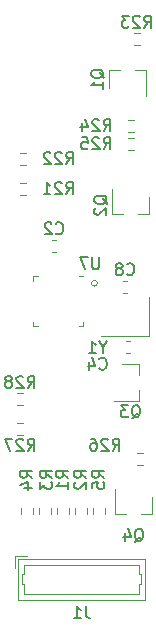
<source format=gbr>
%TF.GenerationSoftware,KiCad,Pcbnew,5.1.9-73d0e3b20d~88~ubuntu20.04.1*%
%TF.CreationDate,2021-03-05T17:28:59-06:00*%
%TF.ProjectId,portalgun-display,706f7274-616c-4677-956e-2d646973706c,rev?*%
%TF.SameCoordinates,Original*%
%TF.FileFunction,Legend,Bot*%
%TF.FilePolarity,Positive*%
%FSLAX46Y46*%
G04 Gerber Fmt 4.6, Leading zero omitted, Abs format (unit mm)*
G04 Created by KiCad (PCBNEW 5.1.9-73d0e3b20d~88~ubuntu20.04.1) date 2021-03-05 17:28:59*
%MOMM*%
%LPD*%
G01*
G04 APERTURE LIST*
%ADD10C,0.120000*%
%ADD11C,0.150000*%
G04 APERTURE END LIST*
D10*
X129732700Y-100413000D02*
G75*
G03*
X129732700Y-100413000I-250000J0D01*
G01*
%TO.C,Q4*%
X134364700Y-119969000D02*
X134364700Y-118509000D01*
X131204700Y-119969000D02*
X131204700Y-117809000D01*
X131204700Y-119969000D02*
X132134700Y-119969000D01*
X134364700Y-119969000D02*
X133434700Y-119969000D01*
%TO.C,Q3*%
X133290700Y-107215000D02*
X131830700Y-107215000D01*
X133290700Y-110375000D02*
X131130700Y-110375000D01*
X133290700Y-110375000D02*
X133290700Y-109445000D01*
X133290700Y-107215000D02*
X133290700Y-108145000D01*
%TO.C,Q2*%
X134110700Y-94569000D02*
X134110700Y-93109000D01*
X130950700Y-94569000D02*
X130950700Y-92409000D01*
X130950700Y-94569000D02*
X131880700Y-94569000D01*
X134110700Y-94569000D02*
X133180700Y-94569000D01*
%TO.C,Q1*%
X130696700Y-82381000D02*
X130696700Y-83841000D01*
X133856700Y-82381000D02*
X133856700Y-84541000D01*
X133856700Y-82381000D02*
X132926700Y-82381000D01*
X130696700Y-82381000D02*
X131626700Y-82381000D01*
%TO.C,R5*%
X130386200Y-119462276D02*
X130386200Y-119971724D01*
X129341200Y-119462276D02*
X129341200Y-119971724D01*
%TO.C,J1*%
X122756700Y-123501000D02*
X123756700Y-123501000D01*
X122756700Y-123501000D02*
X122756700Y-124501000D01*
X133256700Y-126701000D02*
X128406700Y-126701000D01*
X133256700Y-125851000D02*
X133256700Y-126701000D01*
X133456700Y-125851000D02*
X133256700Y-125851000D01*
X133456700Y-125051000D02*
X133456700Y-125851000D01*
X133256700Y-125051000D02*
X133456700Y-125051000D01*
X133256700Y-124301000D02*
X133256700Y-125051000D01*
X128406700Y-124301000D02*
X133256700Y-124301000D01*
X123556700Y-126701000D02*
X128406700Y-126701000D01*
X123556700Y-125851000D02*
X123556700Y-126701000D01*
X123356700Y-125851000D02*
X123556700Y-125851000D01*
X123356700Y-125051000D02*
X123356700Y-125851000D01*
X123556700Y-125051000D02*
X123356700Y-125051000D01*
X123556700Y-124301000D02*
X123556700Y-125051000D01*
X128406700Y-124301000D02*
X123556700Y-124301000D01*
X133766700Y-127211000D02*
X123046700Y-127211000D01*
X133766700Y-123791000D02*
X133766700Y-127211000D01*
X123046700Y-123791000D02*
X133766700Y-123791000D01*
X123046700Y-127211000D02*
X123046700Y-123791000D01*
%TO.C,Y1*%
X134080000Y-101601000D02*
X134080000Y-104901000D01*
X134080000Y-104901000D02*
X130080000Y-104901000D01*
%TO.C,U7*%
X124699700Y-99827000D02*
X124324700Y-99827000D01*
X124324700Y-99827000D02*
X124324700Y-100202000D01*
X128169700Y-104047000D02*
X128544700Y-104047000D01*
X128544700Y-104047000D02*
X128544700Y-103672000D01*
X124699700Y-104047000D02*
X124324700Y-104047000D01*
X124324700Y-104047000D02*
X124324700Y-103672000D01*
X128169700Y-99827000D02*
X128544700Y-99827000D01*
%TO.C,R28*%
X123427258Y-109713500D02*
X122952742Y-109713500D01*
X123427258Y-110758500D02*
X122952742Y-110758500D01*
%TO.C,R27*%
X123427258Y-112253500D02*
X122952742Y-112253500D01*
X123427258Y-113298500D02*
X122952742Y-113298500D01*
%TO.C,R26*%
X133112742Y-115838500D02*
X133587258Y-115838500D01*
X133112742Y-114793500D02*
X133587258Y-114793500D01*
%TO.C,R25*%
X132350742Y-89168500D02*
X132825258Y-89168500D01*
X132350742Y-88123500D02*
X132825258Y-88123500D01*
%TO.C,R24*%
X132350742Y-87644500D02*
X132825258Y-87644500D01*
X132350742Y-86599500D02*
X132825258Y-86599500D01*
%TO.C,R23*%
X132858742Y-80278500D02*
X133333258Y-80278500D01*
X132858742Y-79233500D02*
X133333258Y-79233500D01*
%TO.C,R22*%
X123681258Y-89393500D02*
X123206742Y-89393500D01*
X123681258Y-90438500D02*
X123206742Y-90438500D01*
%TO.C,R21*%
X123681258Y-91933500D02*
X123206742Y-91933500D01*
X123681258Y-92978500D02*
X123206742Y-92978500D01*
%TO.C,R4*%
X123245200Y-119462276D02*
X123245200Y-119971724D01*
X124290200Y-119462276D02*
X124290200Y-119971724D01*
%TO.C,R3*%
X124769200Y-119462276D02*
X124769200Y-119971724D01*
X125814200Y-119462276D02*
X125814200Y-119971724D01*
%TO.C,R2*%
X127817200Y-119462276D02*
X127817200Y-119971724D01*
X128862200Y-119462276D02*
X128862200Y-119971724D01*
%TO.C,R1*%
X126293200Y-119462276D02*
X126293200Y-119971724D01*
X127338200Y-119462276D02*
X127338200Y-119971724D01*
%TO.C,C8*%
X131939420Y-101221000D02*
X132220580Y-101221000D01*
X131939420Y-100201000D02*
X132220580Y-100201000D01*
%TO.C,C4*%
X132474580Y-105281000D02*
X132193420Y-105281000D01*
X132474580Y-106301000D02*
X132193420Y-106301000D01*
%TO.C,C2*%
X126194280Y-96728000D02*
X125913120Y-96728000D01*
X126194280Y-97748000D02*
X125913120Y-97748000D01*
%TO.C,Q4*%
D11*
X132879938Y-122296619D02*
X132975176Y-122249000D01*
X133070414Y-122153761D01*
X133213271Y-122010904D01*
X133308509Y-121963285D01*
X133403747Y-121963285D01*
X133356128Y-122201380D02*
X133451366Y-122153761D01*
X133546604Y-122058523D01*
X133594223Y-121868047D01*
X133594223Y-121534714D01*
X133546604Y-121344238D01*
X133451366Y-121249000D01*
X133356128Y-121201380D01*
X133165652Y-121201380D01*
X133070414Y-121249000D01*
X132975176Y-121344238D01*
X132927557Y-121534714D01*
X132927557Y-121868047D01*
X132975176Y-122058523D01*
X133070414Y-122153761D01*
X133165652Y-122201380D01*
X133356128Y-122201380D01*
X132070414Y-121534714D02*
X132070414Y-122201380D01*
X132308509Y-121153761D02*
X132546604Y-121868047D01*
X131927557Y-121868047D01*
%TO.C,Q3*%
X132625938Y-111842619D02*
X132721176Y-111795000D01*
X132816414Y-111699761D01*
X132959271Y-111556904D01*
X133054509Y-111509285D01*
X133149747Y-111509285D01*
X133102128Y-111747380D02*
X133197366Y-111699761D01*
X133292604Y-111604523D01*
X133340223Y-111414047D01*
X133340223Y-111080714D01*
X133292604Y-110890238D01*
X133197366Y-110795000D01*
X133102128Y-110747380D01*
X132911652Y-110747380D01*
X132816414Y-110795000D01*
X132721176Y-110890238D01*
X132673557Y-111080714D01*
X132673557Y-111414047D01*
X132721176Y-111604523D01*
X132816414Y-111699761D01*
X132911652Y-111747380D01*
X133102128Y-111747380D01*
X132340223Y-110747380D02*
X131721176Y-110747380D01*
X132054509Y-111128333D01*
X131911652Y-111128333D01*
X131816414Y-111175952D01*
X131768795Y-111223571D01*
X131721176Y-111318809D01*
X131721176Y-111556904D01*
X131768795Y-111652142D01*
X131816414Y-111699761D01*
X131911652Y-111747380D01*
X132197366Y-111747380D01*
X132292604Y-111699761D01*
X132340223Y-111652142D01*
%TO.C,Q2*%
X130578319Y-93713761D02*
X130530700Y-93618523D01*
X130435461Y-93523285D01*
X130292604Y-93380428D01*
X130244985Y-93285190D01*
X130244985Y-93189952D01*
X130483080Y-93237571D02*
X130435461Y-93142333D01*
X130340223Y-93047095D01*
X130149747Y-92999476D01*
X129816414Y-92999476D01*
X129625938Y-93047095D01*
X129530700Y-93142333D01*
X129483080Y-93237571D01*
X129483080Y-93428047D01*
X129530700Y-93523285D01*
X129625938Y-93618523D01*
X129816414Y-93666142D01*
X130149747Y-93666142D01*
X130340223Y-93618523D01*
X130435461Y-93523285D01*
X130483080Y-93428047D01*
X130483080Y-93237571D01*
X129578319Y-94047095D02*
X129530700Y-94094714D01*
X129483080Y-94189952D01*
X129483080Y-94428047D01*
X129530700Y-94523285D01*
X129578319Y-94570904D01*
X129673557Y-94618523D01*
X129768795Y-94618523D01*
X129911652Y-94570904D01*
X130483080Y-93999476D01*
X130483080Y-94618523D01*
%TO.C,Q1*%
X130284319Y-83045761D02*
X130236700Y-82950523D01*
X130141461Y-82855285D01*
X129998604Y-82712428D01*
X129950985Y-82617190D01*
X129950985Y-82521952D01*
X130189080Y-82569571D02*
X130141461Y-82474333D01*
X130046223Y-82379095D01*
X129855747Y-82331476D01*
X129522414Y-82331476D01*
X129331938Y-82379095D01*
X129236700Y-82474333D01*
X129189080Y-82569571D01*
X129189080Y-82760047D01*
X129236700Y-82855285D01*
X129331938Y-82950523D01*
X129522414Y-82998142D01*
X129855747Y-82998142D01*
X130046223Y-82950523D01*
X130141461Y-82855285D01*
X130189080Y-82760047D01*
X130189080Y-82569571D01*
X130189080Y-83950523D02*
X130189080Y-83379095D01*
X130189080Y-83664809D02*
X129189080Y-83664809D01*
X129331938Y-83569571D01*
X129427176Y-83474333D01*
X129474795Y-83379095D01*
%TO.C,R5*%
X130316080Y-116883333D02*
X129839890Y-116550000D01*
X130316080Y-116311904D02*
X129316080Y-116311904D01*
X129316080Y-116692857D01*
X129363700Y-116788095D01*
X129411319Y-116835714D01*
X129506557Y-116883333D01*
X129649414Y-116883333D01*
X129744652Y-116835714D01*
X129792271Y-116788095D01*
X129839890Y-116692857D01*
X129839890Y-116311904D01*
X129316080Y-117788095D02*
X129316080Y-117311904D01*
X129792271Y-117264285D01*
X129744652Y-117311904D01*
X129697033Y-117407142D01*
X129697033Y-117645238D01*
X129744652Y-117740476D01*
X129792271Y-117788095D01*
X129887509Y-117835714D01*
X130125604Y-117835714D01*
X130220842Y-117788095D01*
X130268461Y-117740476D01*
X130316080Y-117645238D01*
X130316080Y-117407142D01*
X130268461Y-117311904D01*
X130220842Y-117264285D01*
%TO.C,J1*%
X128740033Y-127753380D02*
X128740033Y-128467666D01*
X128787652Y-128610523D01*
X128882890Y-128705761D01*
X129025747Y-128753380D01*
X129120985Y-128753380D01*
X127740033Y-128753380D02*
X128311461Y-128753380D01*
X128025747Y-128753380D02*
X128025747Y-127753380D01*
X128120985Y-127896238D01*
X128216223Y-127991476D01*
X128311461Y-128039095D01*
%TO.C,Y1*%
X130212890Y-105850190D02*
X130212890Y-106326380D01*
X130546223Y-105326380D02*
X130212890Y-105850190D01*
X129879557Y-105326380D01*
X129022414Y-106326380D02*
X129593842Y-106326380D01*
X129308128Y-106326380D02*
X129308128Y-105326380D01*
X129403366Y-105469238D01*
X129498604Y-105564476D01*
X129593842Y-105612095D01*
%TO.C,U7*%
X129863604Y-98214380D02*
X129863604Y-99023904D01*
X129815985Y-99119142D01*
X129768366Y-99166761D01*
X129673128Y-99214380D01*
X129482652Y-99214380D01*
X129387414Y-99166761D01*
X129339795Y-99119142D01*
X129292176Y-99023904D01*
X129292176Y-98214380D01*
X128911223Y-98214380D02*
X128244557Y-98214380D01*
X128673128Y-99214380D01*
%TO.C,R28*%
X123832857Y-109258380D02*
X124166190Y-108782190D01*
X124404285Y-109258380D02*
X124404285Y-108258380D01*
X124023333Y-108258380D01*
X123928095Y-108306000D01*
X123880476Y-108353619D01*
X123832857Y-108448857D01*
X123832857Y-108591714D01*
X123880476Y-108686952D01*
X123928095Y-108734571D01*
X124023333Y-108782190D01*
X124404285Y-108782190D01*
X123451904Y-108353619D02*
X123404285Y-108306000D01*
X123309047Y-108258380D01*
X123070952Y-108258380D01*
X122975714Y-108306000D01*
X122928095Y-108353619D01*
X122880476Y-108448857D01*
X122880476Y-108544095D01*
X122928095Y-108686952D01*
X123499523Y-109258380D01*
X122880476Y-109258380D01*
X122309047Y-108686952D02*
X122404285Y-108639333D01*
X122451904Y-108591714D01*
X122499523Y-108496476D01*
X122499523Y-108448857D01*
X122451904Y-108353619D01*
X122404285Y-108306000D01*
X122309047Y-108258380D01*
X122118571Y-108258380D01*
X122023333Y-108306000D01*
X121975714Y-108353619D01*
X121928095Y-108448857D01*
X121928095Y-108496476D01*
X121975714Y-108591714D01*
X122023333Y-108639333D01*
X122118571Y-108686952D01*
X122309047Y-108686952D01*
X122404285Y-108734571D01*
X122451904Y-108782190D01*
X122499523Y-108877428D01*
X122499523Y-109067904D01*
X122451904Y-109163142D01*
X122404285Y-109210761D01*
X122309047Y-109258380D01*
X122118571Y-109258380D01*
X122023333Y-109210761D01*
X121975714Y-109163142D01*
X121928095Y-109067904D01*
X121928095Y-108877428D01*
X121975714Y-108782190D01*
X122023333Y-108734571D01*
X122118571Y-108686952D01*
%TO.C,R27*%
X123832857Y-114581380D02*
X124166190Y-114105190D01*
X124404285Y-114581380D02*
X124404285Y-113581380D01*
X124023333Y-113581380D01*
X123928095Y-113629000D01*
X123880476Y-113676619D01*
X123832857Y-113771857D01*
X123832857Y-113914714D01*
X123880476Y-114009952D01*
X123928095Y-114057571D01*
X124023333Y-114105190D01*
X124404285Y-114105190D01*
X123451904Y-113676619D02*
X123404285Y-113629000D01*
X123309047Y-113581380D01*
X123070952Y-113581380D01*
X122975714Y-113629000D01*
X122928095Y-113676619D01*
X122880476Y-113771857D01*
X122880476Y-113867095D01*
X122928095Y-114009952D01*
X123499523Y-114581380D01*
X122880476Y-114581380D01*
X122547142Y-113581380D02*
X121880476Y-113581380D01*
X122309047Y-114581380D01*
%TO.C,R26*%
X131014557Y-114581380D02*
X131347890Y-114105190D01*
X131585985Y-114581380D02*
X131585985Y-113581380D01*
X131205033Y-113581380D01*
X131109795Y-113629000D01*
X131062176Y-113676619D01*
X131014557Y-113771857D01*
X131014557Y-113914714D01*
X131062176Y-114009952D01*
X131109795Y-114057571D01*
X131205033Y-114105190D01*
X131585985Y-114105190D01*
X130633604Y-113676619D02*
X130585985Y-113629000D01*
X130490747Y-113581380D01*
X130252652Y-113581380D01*
X130157414Y-113629000D01*
X130109795Y-113676619D01*
X130062176Y-113771857D01*
X130062176Y-113867095D01*
X130109795Y-114009952D01*
X130681223Y-114581380D01*
X130062176Y-114581380D01*
X129205033Y-113581380D02*
X129395509Y-113581380D01*
X129490747Y-113629000D01*
X129538366Y-113676619D01*
X129633604Y-113819476D01*
X129681223Y-114009952D01*
X129681223Y-114390904D01*
X129633604Y-114486142D01*
X129585985Y-114533761D01*
X129490747Y-114581380D01*
X129300271Y-114581380D01*
X129205033Y-114533761D01*
X129157414Y-114486142D01*
X129109795Y-114390904D01*
X129109795Y-114152809D01*
X129157414Y-114057571D01*
X129205033Y-114009952D01*
X129300271Y-113962333D01*
X129490747Y-113962333D01*
X129585985Y-114009952D01*
X129633604Y-114057571D01*
X129681223Y-114152809D01*
%TO.C,R25*%
X130252557Y-89054380D02*
X130585890Y-88578190D01*
X130823985Y-89054380D02*
X130823985Y-88054380D01*
X130443033Y-88054380D01*
X130347795Y-88102000D01*
X130300176Y-88149619D01*
X130252557Y-88244857D01*
X130252557Y-88387714D01*
X130300176Y-88482952D01*
X130347795Y-88530571D01*
X130443033Y-88578190D01*
X130823985Y-88578190D01*
X129871604Y-88149619D02*
X129823985Y-88102000D01*
X129728747Y-88054380D01*
X129490652Y-88054380D01*
X129395414Y-88102000D01*
X129347795Y-88149619D01*
X129300176Y-88244857D01*
X129300176Y-88340095D01*
X129347795Y-88482952D01*
X129919223Y-89054380D01*
X129300176Y-89054380D01*
X128395414Y-88054380D02*
X128871604Y-88054380D01*
X128919223Y-88530571D01*
X128871604Y-88482952D01*
X128776366Y-88435333D01*
X128538271Y-88435333D01*
X128443033Y-88482952D01*
X128395414Y-88530571D01*
X128347795Y-88625809D01*
X128347795Y-88863904D01*
X128395414Y-88959142D01*
X128443033Y-89006761D01*
X128538271Y-89054380D01*
X128776366Y-89054380D01*
X128871604Y-89006761D01*
X128919223Y-88959142D01*
%TO.C,R24*%
X130252557Y-87530380D02*
X130585890Y-87054190D01*
X130823985Y-87530380D02*
X130823985Y-86530380D01*
X130443033Y-86530380D01*
X130347795Y-86578000D01*
X130300176Y-86625619D01*
X130252557Y-86720857D01*
X130252557Y-86863714D01*
X130300176Y-86958952D01*
X130347795Y-87006571D01*
X130443033Y-87054190D01*
X130823985Y-87054190D01*
X129871604Y-86625619D02*
X129823985Y-86578000D01*
X129728747Y-86530380D01*
X129490652Y-86530380D01*
X129395414Y-86578000D01*
X129347795Y-86625619D01*
X129300176Y-86720857D01*
X129300176Y-86816095D01*
X129347795Y-86958952D01*
X129919223Y-87530380D01*
X129300176Y-87530380D01*
X128443033Y-86863714D02*
X128443033Y-87530380D01*
X128681128Y-86482761D02*
X128919223Y-87197047D01*
X128300176Y-87197047D01*
%TO.C,R23*%
X133681557Y-78767380D02*
X134014890Y-78291190D01*
X134252985Y-78767380D02*
X134252985Y-77767380D01*
X133872033Y-77767380D01*
X133776795Y-77815000D01*
X133729176Y-77862619D01*
X133681557Y-77957857D01*
X133681557Y-78100714D01*
X133729176Y-78195952D01*
X133776795Y-78243571D01*
X133872033Y-78291190D01*
X134252985Y-78291190D01*
X133300604Y-77862619D02*
X133252985Y-77815000D01*
X133157747Y-77767380D01*
X132919652Y-77767380D01*
X132824414Y-77815000D01*
X132776795Y-77862619D01*
X132729176Y-77957857D01*
X132729176Y-78053095D01*
X132776795Y-78195952D01*
X133348223Y-78767380D01*
X132729176Y-78767380D01*
X132395842Y-77767380D02*
X131776795Y-77767380D01*
X132110128Y-78148333D01*
X131967271Y-78148333D01*
X131872033Y-78195952D01*
X131824414Y-78243571D01*
X131776795Y-78338809D01*
X131776795Y-78576904D01*
X131824414Y-78672142D01*
X131872033Y-78719761D01*
X131967271Y-78767380D01*
X132252985Y-78767380D01*
X132348223Y-78719761D01*
X132395842Y-78672142D01*
%TO.C,R22*%
X127077557Y-90324380D02*
X127410890Y-89848190D01*
X127648985Y-90324380D02*
X127648985Y-89324380D01*
X127268033Y-89324380D01*
X127172795Y-89372000D01*
X127125176Y-89419619D01*
X127077557Y-89514857D01*
X127077557Y-89657714D01*
X127125176Y-89752952D01*
X127172795Y-89800571D01*
X127268033Y-89848190D01*
X127648985Y-89848190D01*
X126696604Y-89419619D02*
X126648985Y-89372000D01*
X126553747Y-89324380D01*
X126315652Y-89324380D01*
X126220414Y-89372000D01*
X126172795Y-89419619D01*
X126125176Y-89514857D01*
X126125176Y-89610095D01*
X126172795Y-89752952D01*
X126744223Y-90324380D01*
X126125176Y-90324380D01*
X125744223Y-89419619D02*
X125696604Y-89372000D01*
X125601366Y-89324380D01*
X125363271Y-89324380D01*
X125268033Y-89372000D01*
X125220414Y-89419619D01*
X125172795Y-89514857D01*
X125172795Y-89610095D01*
X125220414Y-89752952D01*
X125791842Y-90324380D01*
X125172795Y-90324380D01*
%TO.C,R21*%
X127077557Y-92864380D02*
X127410890Y-92388190D01*
X127648985Y-92864380D02*
X127648985Y-91864380D01*
X127268033Y-91864380D01*
X127172795Y-91912000D01*
X127125176Y-91959619D01*
X127077557Y-92054857D01*
X127077557Y-92197714D01*
X127125176Y-92292952D01*
X127172795Y-92340571D01*
X127268033Y-92388190D01*
X127648985Y-92388190D01*
X126696604Y-91959619D02*
X126648985Y-91912000D01*
X126553747Y-91864380D01*
X126315652Y-91864380D01*
X126220414Y-91912000D01*
X126172795Y-91959619D01*
X126125176Y-92054857D01*
X126125176Y-92150095D01*
X126172795Y-92292952D01*
X126744223Y-92864380D01*
X126125176Y-92864380D01*
X125172795Y-92864380D02*
X125744223Y-92864380D01*
X125458509Y-92864380D02*
X125458509Y-91864380D01*
X125553747Y-92007238D01*
X125648985Y-92102476D01*
X125744223Y-92150095D01*
%TO.C,R4*%
X124220080Y-116883333D02*
X123743890Y-116550000D01*
X124220080Y-116311904D02*
X123220080Y-116311904D01*
X123220080Y-116692857D01*
X123267700Y-116788095D01*
X123315319Y-116835714D01*
X123410557Y-116883333D01*
X123553414Y-116883333D01*
X123648652Y-116835714D01*
X123696271Y-116788095D01*
X123743890Y-116692857D01*
X123743890Y-116311904D01*
X123553414Y-117740476D02*
X124220080Y-117740476D01*
X123172461Y-117502380D02*
X123886747Y-117264285D01*
X123886747Y-117883333D01*
%TO.C,R3*%
X125871080Y-116883333D02*
X125394890Y-116550000D01*
X125871080Y-116311904D02*
X124871080Y-116311904D01*
X124871080Y-116692857D01*
X124918700Y-116788095D01*
X124966319Y-116835714D01*
X125061557Y-116883333D01*
X125204414Y-116883333D01*
X125299652Y-116835714D01*
X125347271Y-116788095D01*
X125394890Y-116692857D01*
X125394890Y-116311904D01*
X124871080Y-117216666D02*
X124871080Y-117835714D01*
X125252033Y-117502380D01*
X125252033Y-117645238D01*
X125299652Y-117740476D01*
X125347271Y-117788095D01*
X125442509Y-117835714D01*
X125680604Y-117835714D01*
X125775842Y-117788095D01*
X125823461Y-117740476D01*
X125871080Y-117645238D01*
X125871080Y-117359523D01*
X125823461Y-117264285D01*
X125775842Y-117216666D01*
%TO.C,R2*%
X128792080Y-116883333D02*
X128315890Y-116550000D01*
X128792080Y-116311904D02*
X127792080Y-116311904D01*
X127792080Y-116692857D01*
X127839700Y-116788095D01*
X127887319Y-116835714D01*
X127982557Y-116883333D01*
X128125414Y-116883333D01*
X128220652Y-116835714D01*
X128268271Y-116788095D01*
X128315890Y-116692857D01*
X128315890Y-116311904D01*
X127887319Y-117264285D02*
X127839700Y-117311904D01*
X127792080Y-117407142D01*
X127792080Y-117645238D01*
X127839700Y-117740476D01*
X127887319Y-117788095D01*
X127982557Y-117835714D01*
X128077795Y-117835714D01*
X128220652Y-117788095D01*
X128792080Y-117216666D01*
X128792080Y-117835714D01*
%TO.C,R1*%
X127268080Y-116883333D02*
X126791890Y-116550000D01*
X127268080Y-116311904D02*
X126268080Y-116311904D01*
X126268080Y-116692857D01*
X126315700Y-116788095D01*
X126363319Y-116835714D01*
X126458557Y-116883333D01*
X126601414Y-116883333D01*
X126696652Y-116835714D01*
X126744271Y-116788095D01*
X126791890Y-116692857D01*
X126791890Y-116311904D01*
X127268080Y-117835714D02*
X127268080Y-117264285D01*
X127268080Y-117550000D02*
X126268080Y-117550000D01*
X126410938Y-117454761D01*
X126506176Y-117359523D01*
X126553795Y-117264285D01*
%TO.C,C8*%
X132246666Y-99627142D02*
X132294285Y-99674761D01*
X132437142Y-99722380D01*
X132532380Y-99722380D01*
X132675238Y-99674761D01*
X132770476Y-99579523D01*
X132818095Y-99484285D01*
X132865714Y-99293809D01*
X132865714Y-99150952D01*
X132818095Y-98960476D01*
X132770476Y-98865238D01*
X132675238Y-98770000D01*
X132532380Y-98722380D01*
X132437142Y-98722380D01*
X132294285Y-98770000D01*
X132246666Y-98817619D01*
X131675238Y-99150952D02*
X131770476Y-99103333D01*
X131818095Y-99055714D01*
X131865714Y-98960476D01*
X131865714Y-98912857D01*
X131818095Y-98817619D01*
X131770476Y-98770000D01*
X131675238Y-98722380D01*
X131484761Y-98722380D01*
X131389523Y-98770000D01*
X131341904Y-98817619D01*
X131294285Y-98912857D01*
X131294285Y-98960476D01*
X131341904Y-99055714D01*
X131389523Y-99103333D01*
X131484761Y-99150952D01*
X131675238Y-99150952D01*
X131770476Y-99198571D01*
X131818095Y-99246190D01*
X131865714Y-99341428D01*
X131865714Y-99531904D01*
X131818095Y-99627142D01*
X131770476Y-99674761D01*
X131675238Y-99722380D01*
X131484761Y-99722380D01*
X131389523Y-99674761D01*
X131341904Y-99627142D01*
X131294285Y-99531904D01*
X131294285Y-99341428D01*
X131341904Y-99246190D01*
X131389523Y-99198571D01*
X131484761Y-99150952D01*
%TO.C,C4*%
X129903366Y-107628142D02*
X129950985Y-107675761D01*
X130093842Y-107723380D01*
X130189080Y-107723380D01*
X130331938Y-107675761D01*
X130427176Y-107580523D01*
X130474795Y-107485285D01*
X130522414Y-107294809D01*
X130522414Y-107151952D01*
X130474795Y-106961476D01*
X130427176Y-106866238D01*
X130331938Y-106771000D01*
X130189080Y-106723380D01*
X130093842Y-106723380D01*
X129950985Y-106771000D01*
X129903366Y-106818619D01*
X129046223Y-107056714D02*
X129046223Y-107723380D01*
X129284319Y-106675761D02*
X129522414Y-107390047D01*
X128903366Y-107390047D01*
%TO.C,C2*%
X126220366Y-96165142D02*
X126267985Y-96212761D01*
X126410842Y-96260380D01*
X126506080Y-96260380D01*
X126648938Y-96212761D01*
X126744176Y-96117523D01*
X126791795Y-96022285D01*
X126839414Y-95831809D01*
X126839414Y-95688952D01*
X126791795Y-95498476D01*
X126744176Y-95403238D01*
X126648938Y-95308000D01*
X126506080Y-95260380D01*
X126410842Y-95260380D01*
X126267985Y-95308000D01*
X126220366Y-95355619D01*
X125839414Y-95355619D02*
X125791795Y-95308000D01*
X125696557Y-95260380D01*
X125458461Y-95260380D01*
X125363223Y-95308000D01*
X125315604Y-95355619D01*
X125267985Y-95450857D01*
X125267985Y-95546095D01*
X125315604Y-95688952D01*
X125887033Y-96260380D01*
X125267985Y-96260380D01*
%TD*%
M02*

</source>
